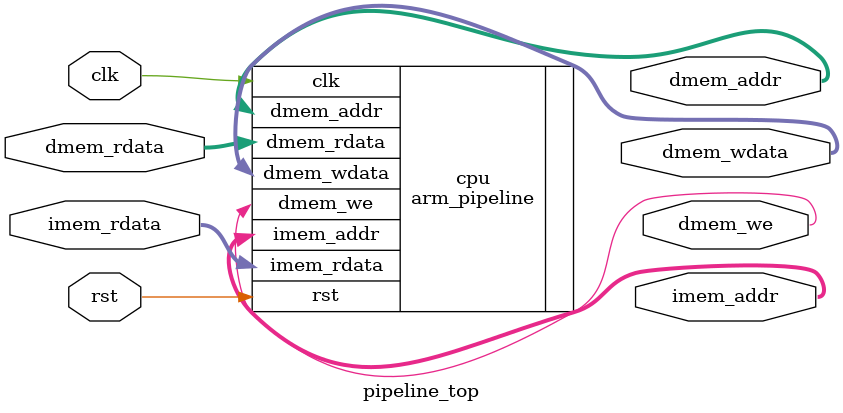
<source format=v>


module pipeline_top (
  input  wire        clk,
  input  wire        rst,
  output wire [31:0] imem_addr,
  input  wire [31:0] imem_rdata,
  output wire [31:0] dmem_addr,
  output wire [31:0] dmem_wdata,
  output wire        dmem_we,
  input  wire [31:0] dmem_rdata
);

  // ---------------------------------------------------------------
  // 实例化五级流水 CPU
  // ---------------------------------------------------------------
  arm_pipeline cpu (
    .clk       (clk),
    .rst       (rst),
    .imem_addr (imem_addr),
    .imem_rdata(imem_rdata),
    .dmem_addr (dmem_addr),
    .dmem_wdata(dmem_wdata),
    .dmem_we   (dmem_we),
    .dmem_rdata(dmem_rdata)
  );

endmodule





// ------------------------------------------------------------------
// ----- hazard.v (保持接口一致，内部逻辑已在原文件) --------------
// ------------------------------------------------------------------
// 如需调整可在此文件修改；本示例假设原 hazard.v 逻辑符合接口

// ------------------------------------------------------------------
// 其余模块 (alu.v, extend.v, regfile.v, adder.v, mux2.v, flopr.v 等)
// 均保持原单周期版本，可直接复用。
// ------------------------------------------------------------------

// ==============================================================
//  End of File
// ==============================================================

</source>
